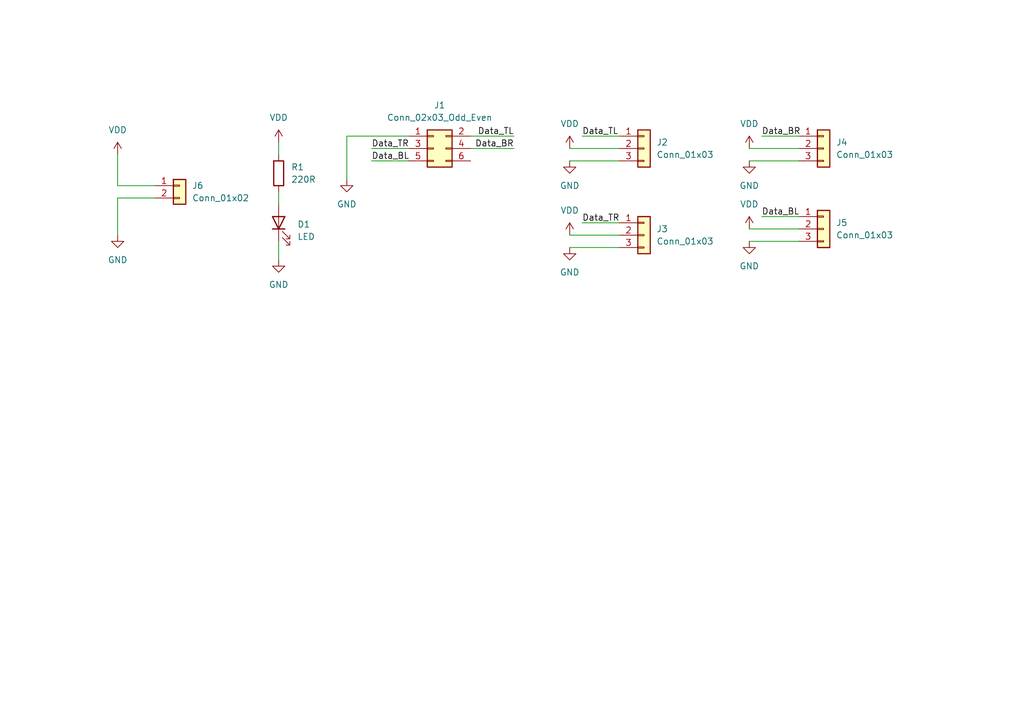
<source format=kicad_sch>
(kicad_sch (version 20230121) (generator eeschema)
  (paper "A5")
  (title_block (title "Servo board for WSbot") (rev "1.0") (company "Daniel Simu - Acrobot.nl"))
  (lib_symbols
    (symbol "Connector_Generic:Conn_01x02" (pin_names (offset 1.016) hide)
      (property "Reference" "J" (at 0 2.54 0))
      (property "Value" "Conn_01x02" (at 0 -5.08 0))
      (symbol "Conn_01x02_1_1"
        (rectangle (start -1.27 -2.413) (end 0 -2.667) (stroke (width 0.1524)))
        (rectangle (start -1.27 0.127) (end 0 -0.127) (stroke (width 0.1524)))
        (rectangle (start -1.27 1.27) (end 1.27 -3.81) (stroke (width 0.254)) (fill (type background)))
        (pin passive line (at -5.08 0 0) (length 3.81) (name "Pin_1") (number "1"))
        (pin passive line (at -5.08 -2.54 0) (length 3.81) (name "Pin_2") (number "2"))
      )
    )
    (symbol "Connector_Generic:Conn_01x03" (pin_names (offset 1.016) hide)
      (property "Reference" "J" (at 0 5.08 0))
      (property "Value" "Conn_01x03" (at 0 -5.08 0))
      (symbol "Conn_01x03_1_1"
        (rectangle (start -1.27 -2.413) (end 0 -2.667) (stroke (width 0.1524)))
        (rectangle (start -1.27 0.127) (end 0 -0.127) (stroke (width 0.1524)))
        (rectangle (start -1.27 2.667) (end 0 2.413) (stroke (width 0.1524)))
        (rectangle (start -1.27 3.81) (end 1.27 -3.81) (stroke (width 0.254)) (fill (type background)))
        (pin passive line (at -5.08 2.54 0) (length 3.81) (name "Pin_1") (number "1"))
        (pin passive line (at -5.08 0 0) (length 3.81) (name "Pin_2") (number "2"))
        (pin passive line (at -5.08 -2.54 0) (length 3.81) (name "Pin_3") (number "3"))
      )
    )
    (symbol "Connector_Generic:Conn_02x03_Odd_Even" (pin_names (offset 1.016) hide)
      (property "Reference" "J" (at 1.27 5.08 0))
      (property "Value" "Conn_02x03_Odd_Even" (at 1.27 -5.08 0))
      (symbol "Conn_02x03_Odd_Even_1_1"
        (rectangle (start -1.27 -2.413) (end 0 -2.667) (stroke (width 0.1524)))
        (rectangle (start -1.27 0.127) (end 0 -0.127) (stroke (width 0.1524)))
        (rectangle (start -1.27 2.667) (end 0 2.413) (stroke (width 0.1524)))
        (rectangle (start -1.27 3.81) (end 3.81 -3.81) (stroke (width 0.254)) (fill (type background)))
        (rectangle (start 3.81 -2.413) (end 2.54 -2.667) (stroke (width 0.1524)))
        (rectangle (start 3.81 0.127) (end 2.54 -0.127) (stroke (width 0.1524)))
        (rectangle (start 3.81 2.667) (end 2.54 2.413) (stroke (width 0.1524)))
        (pin passive line (at -5.08 2.54 0) (length 3.81) (name "Pin_1") (number "1"))
        (pin passive line (at 7.62 2.54 180) (length 3.81) (name "Pin_2") (number "2"))
        (pin passive line (at -5.08 0 0) (length 3.81) (name "Pin_3") (number "3"))
        (pin passive line (at 7.62 0 180) (length 3.81) (name "Pin_4") (number "4"))
        (pin passive line (at -5.08 -2.54 0) (length 3.81) (name "Pin_5") (number "5"))
        (pin passive line (at 7.62 -2.54 180) (length 3.81) (name "Pin_6") (number "6"))
      )
    )
    (symbol "Device:LED" (pin_numbers hide) (pin_names (offset 1.016) hide)
      (property "Reference" "D" (at 0 2.54 0))
      (property "Value" "LED" (at 0 -2.54 0))
      (symbol "LED_0_1"
        (polyline (pts (xy -1.27 -1.27) (xy -1.27 1.27)) (stroke (width 0.254)))
        (polyline (pts (xy -1.27 0) (xy 1.27 0)))
        (polyline (pts (xy 1.27 -1.27) (xy 1.27 1.27) (xy -1.27 0) (xy 1.27 -1.27)) (stroke (width 0.254)))
        (polyline (pts (xy -3.048 -0.762) (xy -4.572 -2.286) (xy -3.81 -2.286) (xy -4.572 -2.286) (xy -4.572 -1.524)))
        (polyline (pts (xy -1.778 -0.762) (xy -3.302 -2.286) (xy -2.54 -2.286) (xy -3.302 -2.286) (xy -3.302 -1.524)))
      )
      (symbol "LED_1_1"
        (pin passive line (at -3.81 0 0) (length 2.54) (name "K") (number "1"))
        (pin passive line (at 3.81 0 180) (length 2.54) (name "A") (number "2"))
      )
    )
    (symbol "Device:R" (pin_numbers hide) (pin_names (offset 0))
      (property "Reference" "R" (at 2.032 0 90))
      (property "Value" "R" (at 0 0 90))
      (symbol "R_0_1"
        (rectangle (start -1.016 -2.54) (end 1.016 2.54) (stroke (width 0.254)))
      )
      (symbol "R_1_1"
        (pin passive line (at 0 3.81 270) (length 1.27) (name "~") (number "1"))
        (pin passive line (at 0 -3.81 90) (length 1.27) (name "~") (number "2"))
      )
    )
    (symbol "power:GND" (power) (pin_names (offset 0))
      (property "Value" "GND" (at 0 -3.81 0))
      (symbol "GND_0_1"
        (polyline (pts (xy 0 0) (xy 0 -1.27) (xy 1.27 -1.27) (xy 0 -2.54) (xy -1.27 -1.27) (xy 0 -1.27)))
      )
      (symbol "GND_1_1"
        (pin power_in line (at 0 0 270) (length 0) hide (name "GND") (number "1"))
      )
    )
    (symbol "power:VDD" (power) (pin_names (offset 0))
      (property "Value" "VDD" (at 0 3.81 0))
      (symbol "VDD_0_1"
        (polyline (pts (xy -0.762 1.27) (xy 0 2.54)))
        (polyline (pts (xy 0 0) (xy 0 2.54)))
        (polyline (pts (xy 0 2.54) (xy 0.762 1.27)))
      )
      (symbol "VDD_1_1"
        (pin power_in line (at 0 0 90) (length 0) hide (name "VDD") (number "1"))
      )
    )
  )
  (wire (pts (xy 153.67 49.53) (xy 163.83 49.53)))
  (wire (pts (xy 116.84 30.48) (xy 127 30.48)))
  (wire (pts (xy 153.67 46.99) (xy 163.83 46.99)))
  (wire (pts (xy 76.2 30.48) (xy 83.82 30.48)))
  (wire (pts (xy 57.15 39.37) (xy 57.15 41.91)))
  (wire (pts (xy 153.67 30.48) (xy 163.83 30.48)))
  (wire (pts (xy 119.38 27.94) (xy 127 27.94)))
  (wire (pts (xy 31.75 38.1) (xy 24.13 38.1)))
  (wire (pts (xy 57.15 49.53) (xy 57.15 53.34)))
  (wire (pts (xy 156.21 44.45) (xy 163.83 44.45)))
  (wire (pts (xy 57.15 29.21) (xy 57.15 31.75)))
  (wire (pts (xy 153.67 33.02) (xy 163.83 33.02)))
  (wire (pts (xy 156.21 27.94) (xy 163.83 27.94)))
  (wire (pts (xy 116.84 48.26) (xy 127 48.26)))
  (wire (pts (xy 31.75 40.64) (xy 24.13 40.64)))
  (wire (pts (xy 24.13 38.1) (xy 24.13 31.75)))
  (wire (pts (xy 127 50.8) (xy 116.84 50.8)))
  (wire (pts (xy 116.84 33.02) (xy 127 33.02)))
  (wire (pts (xy 71.12 27.94) (xy 83.82 27.94)))
  (wire (pts (xy 105.41 30.48) (xy 96.52 30.48)))
  (wire (pts (xy 24.13 40.64) (xy 24.13 48.26)))
  (wire (pts (xy 71.12 36.83) (xy 71.12 27.94)))
  (wire (pts (xy 105.41 27.94) (xy 96.52 27.94)))
  (wire (pts (xy 76.2 33.02) (xy 83.82 33.02)))
  (wire (pts (xy 119.38 45.72) (xy 127 45.72)))
  (label "Data_BL" (at 76.2 33.02 0))
  (label "Data_BR" (at 156.21 27.94 0))
  (label "Data_TL" (at 105.41 27.94 180))
  (label "Data_BL" (at 156.21 44.45 0))
  (label "Data_BR" (at 105.41 30.48 180))
  (label "Data_TR" (at 119.38 45.72 0))
  (label "Data_TL" (at 119.38 27.94 0))
  (label "Data_TR" (at 76.2 30.48 0))
  (symbol (lib_id "Device:LED") (at 57.15 45.72 90) (unit 1)
    (property "Reference" "D1" (at 60.96 46.0375 90) (effects (justify right)))
    (property "Value" "LED" (at 60.96 48.5775 90) (effects (justify right)))
    (property "Footprint" "LED_THT:LED_D5.0mm" (effects hide))
  )
  (symbol (lib_id "power:GND") (at 153.67 33.02 0) (unit 1)
    (property "Reference" "#PWR08" (effects hide))
    (property "Value" "GND" (at 153.67 38.1 0))
  )
  (symbol (lib_id "power:VDD") (at 116.84 48.26 0) (unit 1)
    (property "Reference" "#PWR05" (effects hide))
    (property "Value" "VDD" (at 116.84 43.18 0))
  )
  (symbol (lib_id "power:GND") (at 116.84 33.02 0) (unit 1)
    (property "Reference" "#PWR03" (effects hide))
    (property "Value" "GND" (at 116.84 38.1 0))
  )
  (symbol (lib_id "power:VDD") (at 153.67 30.48 0) (unit 1)
    (property "Reference" "#PWR07" (effects hide))
    (property "Value" "VDD" (at 153.67 25.4 0))
  )
  (symbol (lib_id "power:VDD") (at 57.15 29.21 0) (unit 1)
    (property "Reference" "#PWR012" (effects hide))
    (property "Value" "VDD" (at 57.15 24.13 0))
  )
  (symbol (lib_id "power:VDD") (at 24.13 31.75 0) (unit 1)
    (property "Reference" "#PWR02" (effects hide))
    (property "Value" "VDD" (at 24.13 26.67 0))
  )
  (symbol (lib_id "Device:R") (at 57.15 35.56 0) (unit 1)
    (property "Reference" "R1" (at 59.69 34.29 0) (effects (justify left)))
    (property "Value" "220R" (at 59.69 36.83 0) (effects (justify left)))
    (property "Footprint" "Resistor_THT:R_Axial_DIN0207_L6.3mm_D2.5mm_P10.16mm_Horizontal" (effects hide))
  )
  (symbol (lib_id "power:GND") (at 24.13 48.26 0) (unit 1)
    (property "Reference" "#PWR01" (effects hide))
    (property "Value" "GND" (at 24.13 53.34 0))
  )
  (symbol (lib_id "power:GND") (at 57.15 53.34 0) (unit 1)
    (property "Reference" "#PWR013" (effects hide))
    (property "Value" "GND" (at 57.15 58.42 0))
  )
  (symbol (lib_id "Connector_Generic:Conn_01x03") (at 132.08 30.48 0) (unit 1)
    (property "Reference" "J2" (at 134.62 29.21 0) (effects (justify left)))
    (property "Value" "Conn_01x03" (at 134.62 31.75 0) (effects (justify left)))
    (property "Footprint" "Connector_PinHeader_2.54mm:PinHeader_1x03_P2.54mm_Vertical" (effects hide))
  )
  (symbol (lib_id "power:GND") (at 116.84 50.8 0) (unit 1)
    (property "Reference" "#PWR06" (effects hide))
    (property "Value" "GND" (at 116.84 55.88 0))
  )
  (symbol (lib_id "Connector_Generic:Conn_01x03") (at 168.91 30.48 0) (unit 1)
    (property "Reference" "J4" (at 171.45 29.21 0) (effects (justify left)))
    (property "Value" "Conn_01x03" (at 171.45 31.75 0) (effects (justify left)))
    (property "Footprint" "Connector_PinHeader_2.54mm:PinHeader_1x03_P2.54mm_Vertical" (effects hide))
  )
  (symbol (lib_id "Connector_Generic:Conn_01x03") (at 168.91 46.99 0) (unit 1)
    (property "Reference" "J5" (at 171.45 45.72 0) (effects (justify left)))
    (property "Value" "Conn_01x03" (at 171.45 48.26 0) (effects (justify left)))
    (property "Footprint" "Connector_PinHeader_2.54mm:PinHeader_1x03_P2.54mm_Vertical" (effects hide))
  )
  (symbol (lib_id "power:GND") (at 153.67 49.53 0) (unit 1)
    (property "Reference" "#PWR010" (effects hide))
    (property "Value" "GND" (at 153.67 54.61 0))
  )
  (symbol (lib_id "Connector_Generic:Conn_01x03") (at 132.08 48.26 0) (unit 1)
    (property "Reference" "J3" (at 134.62 46.99 0) (effects (justify left)))
    (property "Value" "Conn_01x03" (at 134.62 49.53 0) (effects (justify left)))
    (property "Footprint" "Connector_PinHeader_2.54mm:PinHeader_1x03_P2.54mm_Vertical" (effects hide))
  )
  (symbol (lib_id "power:GND") (at 71.12 36.83 0) (unit 1)
    (property "Reference" "#PWR011" (effects hide))
    (property "Value" "GND" (at 71.12 41.91 0))
  )
  (symbol (lib_id "power:VDD") (at 153.67 46.99 0) (unit 1)
    (property "Reference" "#PWR09" (effects hide))
    (property "Value" "VDD" (at 153.67 41.91 0))
  )
  (symbol (lib_id "Connector_Generic:Conn_02x03_Odd_Even") (at 88.9 30.48 0) (unit 1)
    (property "Reference" "J1" (at 90.17 21.59 0))
    (property "Value" "Conn_02x03_Odd_Even" (at 90.17 24.13 0))
    (property "Footprint" "Connector_IDC:IDC-Header_2x03_P2.54mm_Vertical" (effects hide))
  )
  (symbol (lib_id "power:VDD") (at 116.84 30.48 0) (unit 1)
    (property "Reference" "#PWR04" (effects hide))
    (property "Value" "VDD" (at 116.84 25.4 0))
  )
  (symbol (lib_id "Connector_Generic:Conn_01x02") (at 36.83 38.1 0) (unit 1)
    (property "Reference" "J6" (at 39.37 38.1 0) (effects (justify left)))
    (property "Value" "Conn_01x02" (at 39.37 40.64 0) (effects (justify left)))
    (property "Footprint" "Connector_JST:JST_XH_B2B-XH-A_1x02_P2.50mm_Vertical" (effects hide))
  )
)
</source>
